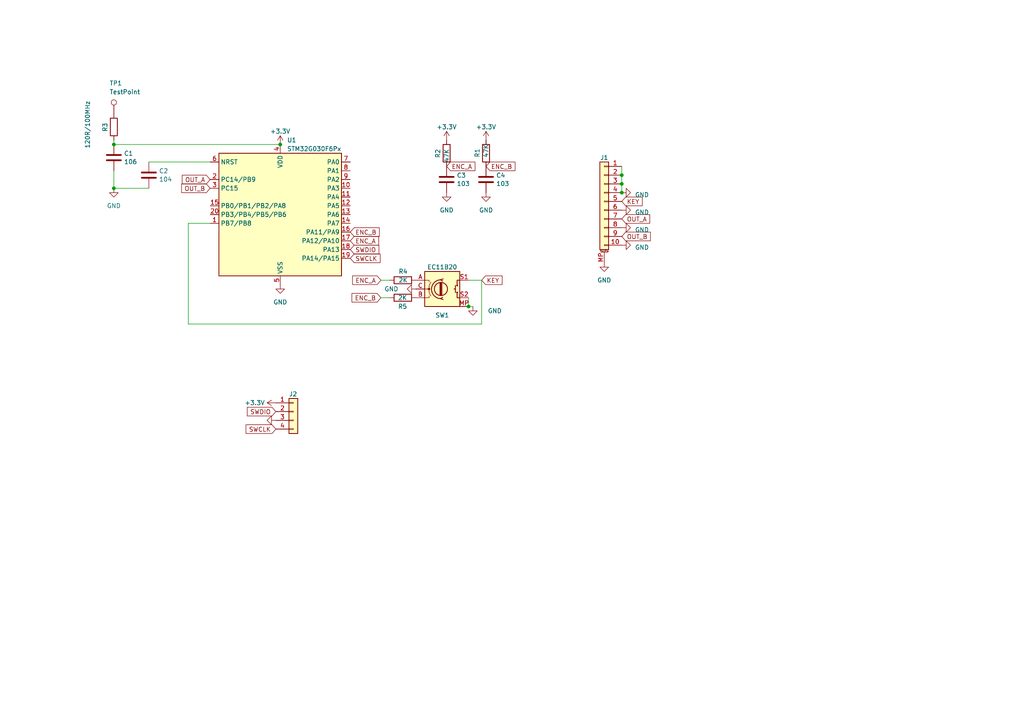
<source format=kicad_sch>
(kicad_sch (version 20230121) (generator eeschema)
  (paper "A4")
  (lib_symbols
    (symbol "Connector:TestPoint" (pin_numbers hide) (pin_names (offset 0.762) hide)
      (property "Reference" "TP" (at 0 6.858 0))
      (property "Value" "TestPoint" (at 0 5.08 0))
      (symbol "TestPoint_0_1"
        (circle (center 0 3.302) (radius 0.762))
      )
      (symbol "TestPoint_1_1"
        (pin passive line (at 0 0 90) (length 2.54) (name "1") (number "1"))
      )
    )
    (symbol "Connector_Generic:Conn_01x04" (pin_names (offset 1.016) hide)
      (property "Reference" "J" (at 0 5.08 0))
      (property "Value" "Conn_01x04" (at 0 -7.62 0))
      (symbol "Conn_01x04_1_1"
        (rectangle (start -1.27 -4.953) (end 0 -5.207) (stroke (width 0.1524)))
        (rectangle (start -1.27 -2.413) (end 0 -2.667) (stroke (width 0.1524)))
        (rectangle (start -1.27 0.127) (end 0 -0.127) (stroke (width 0.1524)))
        (rectangle (start -1.27 2.667) (end 0 2.413) (stroke (width 0.1524)))
        (rectangle (start -1.27 3.81) (end 1.27 -6.35) (stroke (width 0.254)) (fill (type background)))
        (pin passive line (at -5.08 2.54 0) (length 3.81) (name "Pin_1") (number "1"))
        (pin passive line (at -5.08 0 0) (length 3.81) (name "Pin_2") (number "2"))
        (pin passive line (at -5.08 -2.54 0) (length 3.81) (name "Pin_3") (number "3"))
        (pin passive line (at -5.08 -5.08 0) (length 3.81) (name "Pin_4") (number "4"))
      )
    )
    (symbol "Connector_Generic_MountingPin:Conn_01x10_MountingPin" (pin_names (offset 1.016) hide)
      (property "Reference" "J" (at 0 12.7 0))
      (property "Value" "Conn_01x10_MountingPin" (at 1.27 -15.24 0))
      (symbol "Conn_01x10_MountingPin_1_1"
        (rectangle (start -1.27 -12.573) (end 0 -12.827) (stroke (width 0.1524)))
        (rectangle (start -1.27 -10.033) (end 0 -10.287) (stroke (width 0.1524)))
        (rectangle (start -1.27 -7.493) (end 0 -7.747) (stroke (width 0.1524)))
        (rectangle (start -1.27 -4.953) (end 0 -5.207) (stroke (width 0.1524)))
        (rectangle (start -1.27 -2.413) (end 0 -2.667) (stroke (width 0.1524)))
        (rectangle (start -1.27 0.127) (end 0 -0.127) (stroke (width 0.1524)))
        (rectangle (start -1.27 2.667) (end 0 2.413) (stroke (width 0.1524)))
        (rectangle (start -1.27 5.207) (end 0 4.953) (stroke (width 0.1524)))
        (rectangle (start -1.27 7.747) (end 0 7.493) (stroke (width 0.1524)))
        (rectangle (start -1.27 10.287) (end 0 10.033) (stroke (width 0.1524)))
        (rectangle (start -1.27 11.43) (end 1.27 -13.97) (stroke (width 0.254)) (fill (type background)))
        (polyline (pts (xy -1.016 -14.732) (xy 1.016 -14.732)) (stroke (width 0.1524)))
        (text "Mounting" (at 0 -14.351 0) (effects (font (size 0.381 0.381))))
        (pin passive line (at -5.08 10.16 0) (length 3.81) (name "Pin_1") (number "1"))
        (pin passive line (at -5.08 -12.7 0) (length 3.81) (name "Pin_10") (number "10"))
        (pin passive line (at -5.08 7.62 0) (length 3.81) (name "Pin_2") (number "2"))
        (pin passive line (at -5.08 5.08 0) (length 3.81) (name "Pin_3") (number "3"))
        (pin passive line (at -5.08 2.54 0) (length 3.81) (name "Pin_4") (number "4"))
        (pin passive line (at -5.08 0 0) (length 3.81) (name "Pin_5") (number "5"))
        (pin passive line (at -5.08 -2.54 0) (length 3.81) (name "Pin_6") (number "6"))
        (pin passive line (at -5.08 -5.08 0) (length 3.81) (name "Pin_7") (number "7"))
        (pin passive line (at -5.08 -7.62 0) (length 3.81) (name "Pin_8") (number "8"))
        (pin passive line (at -5.08 -10.16 0) (length 3.81) (name "Pin_9") (number "9"))
        (pin passive line (at 0 -17.78 90) (length 3.048) (name "MountPin") (number "MP"))
      )
    )
    (symbol "Device:C" (pin_numbers hide) (pin_names (offset 0.254))
      (property "Reference" "C" (at 0.635 2.54 0))
      (property "Value" "C" (at 0.635 -2.54 0))
      (symbol "C_0_1"
        (polyline (pts (xy -2.032 -0.762) (xy 2.032 -0.762)) (stroke (width 0.508)))
        (polyline (pts (xy -2.032 0.762) (xy 2.032 0.762)) (stroke (width 0.508)))
      )
      (symbol "C_1_1"
        (pin passive line (at 0 3.81 270) (length 2.794) (name "~") (number "1"))
        (pin passive line (at 0 -3.81 90) (length 2.794) (name "~") (number "2"))
      )
    )
    (symbol "Device:R" (pin_numbers hide) (pin_names (offset 0))
      (property "Reference" "R" (at 2.032 0 90))
      (property "Value" "R" (at 0 0 90))
      (symbol "R_0_1"
        (rectangle (start -1.016 -2.54) (end 1.016 2.54) (stroke (width 0.254)))
      )
      (symbol "R_1_1"
        (pin passive line (at 0 3.81 270) (length 1.27) (name "~") (number "1"))
        (pin passive line (at 0 -3.81 90) (length 1.27) (name "~") (number "2"))
      )
    )
    (symbol "Device:RotaryEncoder_Switch" (pin_names (offset 0.254) hide)
      (property "Reference" "SW1" (at 0 -7.62 0))
      (property "Value" "EC11B20" (at 0 6.35 0))
      (symbol "RotaryEncoder_Switch_0_1"
        (rectangle (start -5.08 5.08) (end 5.08 -5.08) (stroke (width 0.254)) (fill (type background)))
        (circle (center -3.81 0) (radius 0.254) (fill (type outline)))
        (circle (center -0.381 0) (radius 1.905) (stroke (width 0.254)))
        (arc (start -0.381 2.667) (mid -3.0988 -0.0635) (end -0.381 -2.794) (stroke (width 0.254)))
        (polyline (pts (xy -0.635 -1.778) (xy -0.635 1.778)) (stroke (width 0.254)))
        (polyline (pts (xy -0.381 -1.778) (xy -0.381 1.778)) (stroke (width 0.254)))
        (polyline (pts (xy -0.127 1.778) (xy -0.127 -1.778)) (stroke (width 0.254)))
        (polyline (pts (xy 3.81 0) (xy 3.429 0)) (stroke (width 0.254)))
        (polyline (pts (xy 3.81 1.016) (xy 3.81 -1.016)) (stroke (width 0.254)))
        (polyline (pts (xy -5.08 -2.54) (xy -3.81 -2.54) (xy -3.81 -2.032)))
        (polyline (pts (xy -5.08 2.54) (xy -3.81 2.54) (xy -3.81 2.032)))
        (polyline (pts (xy 0.254 -3.048) (xy -0.508 -2.794) (xy 0.127 -2.413)) (stroke (width 0.254)))
        (polyline (pts (xy 0.254 2.921) (xy -0.508 2.667) (xy 0.127 2.286)) (stroke (width 0.254)))
        (polyline (pts (xy 5.08 -2.54) (xy 4.318 -2.54) (xy 4.318 -1.016)) (stroke (width 0.254)))
        (polyline (pts (xy 5.08 2.54) (xy 4.318 2.54) (xy 4.318 1.016)) (stroke (width 0.254)))
        (polyline (pts (xy -5.08 0) (xy -3.81 0) (xy -3.81 -1.016) (xy -3.302 -2.032)))
        (polyline (pts (xy -4.318 0) (xy -3.81 0) (xy -3.81 1.016) (xy -3.302 2.032)))
        (circle (center 4.318 -1.016) (radius 0.127) (stroke (width 0.254)))
        (circle (center 4.318 1.016) (radius 0.127) (stroke (width 0.254)))
      )
      (symbol "RotaryEncoder_Switch_1_1"
        (pin passive line (at -7.62 2.54 0) (length 2.54) (name "A") (number "A"))
        (pin passive line (at -7.62 -2.54 0) (length 2.54) (name "B") (number "B"))
        (pin passive line (at -7.62 0 0) (length 2.54) (name "C") (number "C"))
        (pin passive line (at 7.62 -5.08 180) (length 2.54) (name "") (number "MP"))
        (pin passive line (at 7.62 2.54 180) (length 2.54) (name "S1") (number "S1"))
        (pin passive line (at 7.62 -2.54 180) (length 2.54) (name "S2") (number "S2"))
      )
    )
    (symbol "MCU_ST_STM32G0:STM32G030F6Px"
      (property "Reference" "U" (at -17.78 19.05 0))
      (property "Value" "STM32G030F6Px" (at 2.54 19.05 0))
      (symbol "STM32G030F6Px_0_1"
        (rectangle (start -17.78 -17.78) (end 17.78 17.78) (stroke (width 0.254)) (fill (type background)))
      )
      (symbol "STM32G030F6Px_1_1"
        (pin bidirectional line (at -20.32 -2.54 0) (length 2.54) (name "PB7/PB8") (number "1"))
        (pin bidirectional line (at 20.32 7.62 180) (length 2.54) (name "PA3") (number "10"))
        (pin bidirectional line (at 20.32 5.08 180) (length 2.54) (name "PA4") (number "11"))
        (pin bidirectional line (at 20.32 2.54 180) (length 2.54) (name "PA5") (number "12"))
        (pin bidirectional line (at 20.32 0 180) (length 2.54) (name "PA6") (number "13"))
        (pin bidirectional line (at 20.32 -2.54 180) (length 2.54) (name "PA7") (number "14"))
        (pin bidirectional line (at -20.32 2.54 0) (length 2.54) (name "PB0/PB1/PB2/PA8") (number "15"))
        (pin bidirectional line (at 20.32 -5.08 180) (length 2.54) (name "PA11/PA9") (number "16"))
        (pin bidirectional line (at 20.32 -7.62 180) (length 2.54) (name "PA12/PA10") (number "17"))
        (pin bidirectional line (at 20.32 -10.16 180) (length 2.54) (name "PA13") (number "18"))
        (pin bidirectional line (at 20.32 -12.7 180) (length 2.54) (name "PA14/PA15") (number "19"))
        (pin bidirectional line (at -20.32 10.16 0) (length 2.54) (name "PC14/PB9") (number "2"))
        (pin bidirectional line (at -20.32 0 0) (length 2.54) (name "PB3/PB4/PB5/PB6") (number "20"))
        (pin bidirectional line (at -20.32 7.62 0) (length 2.54) (name "PC15") (number "3"))
        (pin power_in line (at 0 20.32 270) (length 2.54) (name "VDD") (number "4"))
        (pin power_in line (at 0 -20.32 90) (length 2.54) (name "VSS") (number "5"))
        (pin input line (at -20.32 15.24 0) (length 2.54) (name "NRST") (number "6"))
        (pin bidirectional line (at 20.32 15.24 180) (length 2.54) (name "PA0") (number "7"))
        (pin bidirectional line (at 20.32 12.7 180) (length 2.54) (name "PA1") (number "8"))
        (pin bidirectional line (at 20.32 10.16 180) (length 2.54) (name "PA2") (number "9"))
      )
    )
    (symbol "power:+3.3V" (power) (pin_names (offset 0))
      (property "Value" "+3.3V" (at 0 3.556 0))
      (symbol "+3.3V_0_1"
        (polyline (pts (xy -0.762 1.27) (xy 0 2.54)))
        (polyline (pts (xy 0 0) (xy 0 2.54)))
        (polyline (pts (xy 0 2.54) (xy 0.762 1.27)))
      )
      (symbol "+3.3V_1_1"
        (pin power_in line (at 0 0 90) (length 0) hide (name "+3.3V") (number "1"))
      )
    )
    (symbol "power:GND" (power) (pin_names (offset 0))
      (property "Value" "GND" (at 0 -3.81 0))
      (symbol "GND_0_1"
        (polyline (pts (xy 0 0) (xy 0 -1.27) (xy 1.27 -1.27) (xy 0 -2.54) (xy -1.27 -1.27) (xy 0 -1.27)))
      )
      (symbol "GND_1_1"
        (pin power_in line (at 0 0 270) (length 0) hide (name "GND") (number "1"))
      )
    )
  )
  (junction (at 33.02 54.61))
  (junction (at 33.02 41.91))
  (junction (at 180.34 53.34))
  (junction (at 180.34 55.88))
  (junction (at 135.89 88.9))
  (junction (at 180.34 50.8))
  (junction (at 81.28 41.91))
  (wire (pts (xy 180.34 48.26) (xy 180.34 50.8)))
  (wire (pts (xy 137.16 88.9) (xy 135.89 88.9)))
  (wire (pts (xy 33.02 54.61) (xy 33.02 49.53)))
  (wire (pts (xy 135.89 88.9) (xy 135.89 86.36)))
  (wire (pts (xy 180.34 53.34) (xy 180.34 55.88)))
  (wire (pts (xy 180.34 50.8) (xy 180.34 53.34)))
  (wire (pts (xy 110.49 86.36) (xy 113.03 86.36)))
  (wire (pts (xy 33.02 40.64) (xy 33.02 41.91)))
  (wire (pts (xy 54.61 93.98) (xy 139.7 93.98)))
  (wire (pts (xy 33.02 41.91) (xy 81.28 41.91)))
  (wire (pts (xy 139.7 93.98) (xy 139.7 81.28)))
  (wire (pts (xy 60.96 64.77) (xy 54.61 64.77)))
  (wire (pts (xy 54.61 64.77) (xy 54.61 93.98)))
  (wire (pts (xy 43.18 54.61) (xy 33.02 54.61)))
  (wire (pts (xy 110.49 81.28) (xy 113.03 81.28)))
  (wire (pts (xy 43.18 46.99) (xy 60.96 46.99)))
  (wire (pts (xy 135.89 81.28) (xy 139.7 81.28)))
  (global_label "KEY" (shape input) (at 139.7 81.28 0) (property "Intersheetrefs" "${INTERSHEET_REFS}" (effects hide)))
  (global_label "OUT_A" (shape input) (at 180.34 63.5 0) (property "Intersheetrefs" "${INTERSHEET_REFS}" (effects hide)))
  (global_label "SWDIO" (shape input) (at 80.01 119.38 180) (property "Intersheetrefs" "${INTERSHEET_REFS}" (effects hide)))
  (global_label "OUT_B" (shape input) (at 180.34 68.58 0) (property "Intersheetrefs" "${INTERSHEET_REFS}" (effects hide)))
  (global_label "ENC_A" (shape input) (at 129.54 48.26 0) (property "Intersheetrefs" "${INTERSHEET_REFS}" (effects hide)))
  (global_label "SWDIO" (shape input) (at 101.6 72.39 0) (property "Intersheetrefs" "${INTERSHEET_REFS}" (effects hide)))
  (global_label "OUT_B" (shape input) (at 60.96 54.61 180) (property "Intersheetrefs" "${INTERSHEET_REFS}" (effects hide)))
  (global_label "ENC_A" (shape input) (at 110.49 81.28 180) (property "Intersheetrefs" "${INTERSHEET_REFS}" (effects hide)))
  (global_label "OUT_A" (shape input) (at 60.96 52.07 180) (property "Intersheetrefs" "${INTERSHEET_REFS}" (effects hide)))
  (global_label "SWCLK" (shape input) (at 101.6 74.93 0) (property "Intersheetrefs" "${INTERSHEET_REFS}" (effects hide)))
  (global_label "ENC_B" (shape input) (at 140.97 48.26 0) (property "Intersheetrefs" "${INTERSHEET_REFS}" (effects hide)))
  (global_label "ENC_A" (shape input) (at 101.6 69.85 0) (property "Intersheetrefs" "${INTERSHEET_REFS}" (effects hide)))
  (global_label "ENC_B" (shape input) (at 110.49 86.36 180) (property "Intersheetrefs" "${INTERSHEET_REFS}" (effects hide)))
  (global_label "ENC_B" (shape input) (at 101.6 67.31 0) (property "Intersheetrefs" "${INTERSHEET_REFS}" (effects hide)))
  (global_label "SWCLK" (shape input) (at 80.01 124.46 180) (property "Intersheetrefs" "${INTERSHEET_REFS}" (effects hide)))
  (global_label "KEY" (shape input) (at 180.34 58.42 0) (property "Intersheetrefs" "${INTERSHEET_REFS}" (effects hide)))
  (symbol (lib_id "power:GND") (at 120.65 83.82 270) (unit 1)
    (property "Reference" "#PWR09" (effects hide))
    (property "Value" "GND" (at 115.57 83.82 90) (effects (justify right)))
  )
  (symbol (lib_id "Device:C") (at 140.97 52.07 0) (unit 1)
    (property "Reference" "C4" (at 143.891 50.8579 0) (effects (justify left)))
    (property "Value" "103" (at 143.891 53.2821 0) (effects (justify left)))
    (property "Footprint" "Capacitor_SMD:C_0402_1005Metric" (effects hide))
  )
  (symbol (lib_id "Connector_Generic_MountingPin:Conn_01x10_MountingPin") (at 175.26 58.42 0) (mirror y) (unit 1)
    (property "Reference" "J1" (at 175.26 45.72 0))
    (property "Value" "Conn_01x10_MountingPin" (effects hide))
    (property "Footprint" "Connector_FFC-FPC:Molex_200528-0100_1x10-1MP_P1.00mm_Horizontal" (effects hide))
  )
  (symbol (lib_id "Connector:TestPoint") (at 33.02 33.02 0) (unit 1)
    (property "Reference" "TP1" (at 31.75 24.13 0) (effects (justify left)))
    (property "Value" "TestPoint" (at 31.75 26.67 0) (effects (justify left)))
    (property "Footprint" "TestPoint:TestPoint_Pad_D2.0mm" (effects hide))
  )
  (symbol (lib_id "Device:R") (at 33.02 36.83 0) (unit 1)
    (property "Reference" "R3" (at 30.48 35.56 90) (effects (justify right)))
    (property "Value" "120R/100MHz" (at 25.4 29.21 90) (effects (justify right)))
    (property "Footprint" "Capacitor_SMD:C_0402_1005Metric" (effects hide))
  )
  (symbol (lib_id "Device:R") (at 116.84 86.36 270) (unit 1)
    (property "Reference" "R5" (at 118.11 88.9 90) (effects (justify right)))
    (property "Value" "2K" (at 118.11 86.36 90) (effects (justify right)))
    (property "Footprint" "Resistor_SMD:R_0402_1005Metric" (effects hide))
  )
  (symbol (lib_id "power:GND") (at 81.28 82.55 0) (unit 1)
    (property "Reference" "#PWR03" (effects hide))
    (property "Value" "GND" (at 81.28 87.63 0))
  )
  (symbol (lib_id "Connector_Generic:Conn_01x04") (at 85.09 119.38 0) (unit 1)
    (property "Reference" "J2" (at 83.82 114.3 0) (effects (justify left)))
    (property "Value" "Conn_01x04" (effects hide))
    (property "Footprint" "Connector_PinSocket_2.00mm:PinSocket_1x04_P2.00mm_Vertical" (effects hide))
  )
  (symbol (lib_id "Device:R") (at 116.84 81.28 90) (unit 1)
    (property "Reference" "R4" (at 115.57 78.74 90) (effects (justify right)))
    (property "Value" "2K" (at 115.57 81.28 90) (effects (justify right)))
    (property "Footprint" "Resistor_SMD:R_0402_1005Metric" (effects hide))
  )
  (symbol (lib_id "Device:C") (at 43.18 50.8 0) (unit 1)
    (property "Reference" "C2" (at 46.101 49.5879 0) (effects (justify left)))
    (property "Value" "104" (at 46.101 52.0121 0) (effects (justify left)))
    (property "Footprint" "Capacitor_SMD:C_0402_1005Metric" (effects hide))
  )
  (symbol (lib_id "power:GND") (at 180.34 55.88 90) (unit 1)
    (property "Reference" "#PWR011" (effects hide))
    (property "Value" "GND" (at 184.15 56.515 90) (effects (justify right)))
  )
  (symbol (lib_id "MCU_ST_STM32G0:STM32G030F6Px") (at 81.28 62.23 0) (unit 1)
    (property "Reference" "U1" (at 83.2359 40.64 0) (effects (justify left)))
    (property "Value" "STM32G030F6Px" (at 83.2359 43.18 0) (effects (justify left)))
    (property "Footprint" "Package_SO:TSSOP-20_4.4x6.5mm_P0.65mm" (effects hide))
    (property "Datasheet" "https://www.st.com/resource/en/datasheet/stm32g030f6.pdf" (effects hide))
  )
  (symbol (lib_id "power:GND") (at 180.34 60.96 90) (unit 1)
    (property "Reference" "#PWR012" (effects hide))
    (property "Value" "GND" (at 184.15 61.595 90) (effects (justify right)))
  )
  (symbol (lib_id "Device:RotaryEncoder_Switch") (at 128.27 83.82 0) (unit 1)
    (property "Reference" "SW1" (at 128.27 91.44 0))
    (property "Value" "EC11B20" (at 128.27 77.47 0))
    (property "Footprint" "Rotary_Encoder:RotaryEncoder_Alps_EC11E-Switch_Vertical_H20mm" (effects hide))
  )
  (symbol (lib_id "Device:C") (at 129.54 52.07 0) (unit 1)
    (property "Reference" "C3" (at 132.461 50.8579 0) (effects (justify left)))
    (property "Value" "103" (at 132.461 53.2821 0) (effects (justify left)))
    (property "Footprint" "Capacitor_SMD:C_0402_1005Metric" (effects hide))
  )
  (symbol (lib_id "Device:C") (at 33.02 45.72 0) (unit 1)
    (property "Reference" "C1" (at 35.941 44.5079 0) (effects (justify left)))
    (property "Value" "106" (at 35.941 46.9321 0) (effects (justify left)))
    (property "Footprint" "Capacitor_SMD:C_0603_1608Metric" (effects hide))
  )
  (symbol (lib_id "power:GND") (at 180.34 66.04 90) (unit 1)
    (property "Reference" "#PWR013" (effects hide))
    (property "Value" "GND" (at 184.15 66.675 90) (effects (justify right)))
  )
  (symbol (lib_id "power:GND") (at 33.02 54.61 0) (unit 1)
    (property "Reference" "#PWR02" (effects hide))
    (property "Value" "GND" (at 33.02 59.69 0))
  )
  (symbol (lib_id "power:+3.3V") (at 81.28 41.91 0) (unit 1)
    (property "Reference" "#PWR01" (effects hide))
    (property "Value" "+3.3V" (at 81.28 38.1 0))
  )
  (symbol (lib_id "power:GND") (at 180.34 71.12 90) (unit 1)
    (property "Reference" "#PWR014" (effects hide))
    (property "Value" "GND" (at 184.15 71.755 90) (effects (justify right)))
  )
  (symbol (lib_id "power:GND") (at 129.54 55.88 0) (unit 1)
    (property "Reference" "#PWR04" (effects hide))
    (property "Value" "GND" (at 129.54 60.96 0))
  )
  (symbol (lib_id "power:+3.3V") (at 80.01 116.84 90) (unit 1)
    (property "Reference" "#PWR015" (effects hide))
    (property "Value" "+3.3V" (at 76.835 116.84 90) (effects (justify left)))
  )
  (symbol (lib_id "power:GND") (at 80.01 121.92 270) (unit 1)
    (property "Reference" "#PWR016" (effects hide))
    (property "Value" "GND" (effects hide))
  )
  (symbol (lib_id "power:+3.3V") (at 129.54 40.64 0) (unit 1)
    (property "Reference" "#PWR06" (effects hide))
    (property "Value" "+3.3V" (at 129.54 36.83 0))
  )
  (symbol (lib_id "power:GND") (at 140.97 55.88 0) (unit 1)
    (property "Reference" "#PWR05" (effects hide))
    (property "Value" "GND" (at 140.97 60.96 0))
  )
  (symbol (lib_id "Device:R") (at 140.97 44.45 180) (unit 1)
    (property "Reference" "R1" (at 138.43 45.72 90) (effects (justify right)))
    (property "Value" "47K" (at 140.97 45.72 90) (effects (justify right)))
    (property "Footprint" "Resistor_SMD:R_0402_1005Metric" (effects hide))
  )
  (symbol (lib_id "Device:R") (at 129.54 44.45 0) (unit 1)
    (property "Reference" "R2" (at 127 43.18 90) (effects (justify right)))
    (property "Value" "47K" (at 129.54 43.18 90) (effects (justify right)))
    (property "Footprint" "Resistor_SMD:R_0402_1005Metric" (effects hide))
  )
  (symbol (lib_id "power:GND") (at 175.26 76.2 0) (unit 1)
    (property "Reference" "#PWR010" (effects hide))
    (property "Value" "GND" (at 175.26 81.28 0))
  )
  (symbol (lib_id "power:+3.3V") (at 140.97 40.64 0) (unit 1)
    (property "Reference" "#PWR07" (effects hide))
    (property "Value" "+3.3V" (at 140.97 36.83 0))
  )
  (symbol (lib_id "power:GND") (at 137.16 88.9 0) (unit 1)
    (property "Reference" "#PWR08" (effects hide))
    (property "Value" "GND" (at 143.51 90.17 0))
  )
)
</source>
